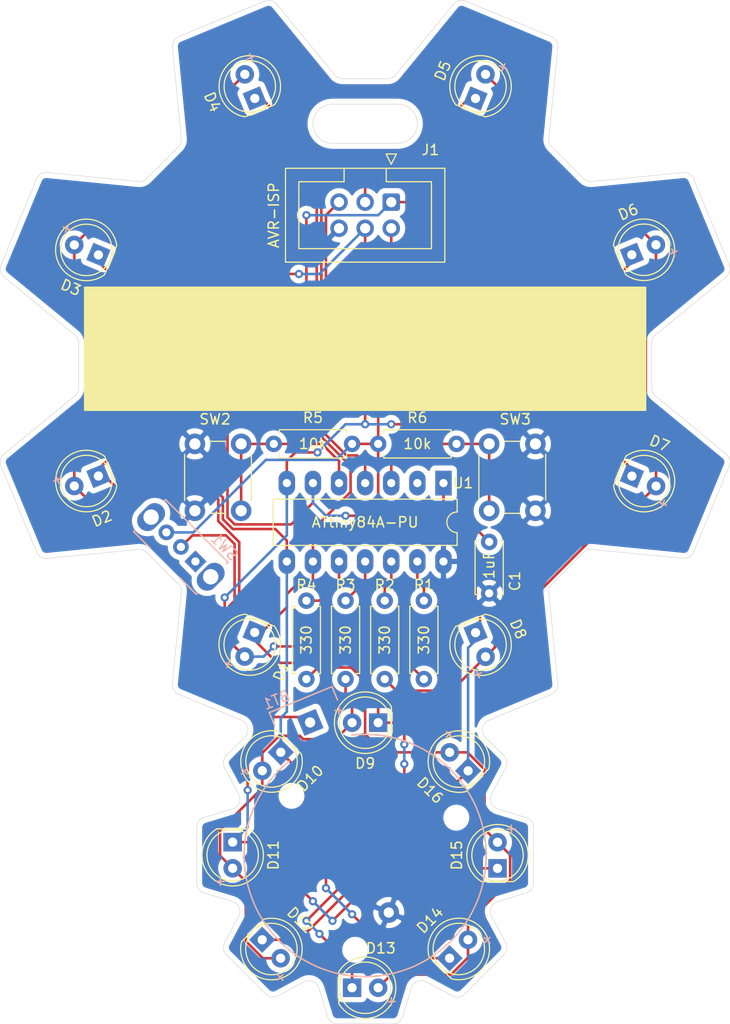
<source format=kicad_pcb>
(kicad_pcb (version 20171130) (host pcbnew "(5.1.10)-1")
  (layers (0 F.Cu signal hide) (31 B.Cu signal hide) (34 B.Paste user) (35 F.Paste user) (36 B.SilkS user) (37 F.SilkS user) (38 B.Mask user) (39 F.Mask user) (44 Edge.Cuts user))
  (net 0 "")
  (net 1 "Net-(BT1-Pad1)")
  (net 2 "Net-(D1-Pad2)")
  (net 3 /sink1)
  (net 4 /sink2)
  (net 5 /sink3)
  (net 6 /sink4)
  (net 7 "Net-(D10-Pad2)")
  (net 8 GND)
  (net 9 /source1)
  (net 10 /source2)
  (net 11 /source3)
  (net 12 "Net-(SW1-Pad1)")
  (net 13 VCC)
  (net 14 "Net-(J1-Pad5)")
  (net 15 "Net-(D5-Pad2)")
  (net 16 "Net-(D13-Pad2)")
  (net 17 /source4)
  (net 18 "Net-(U1-Pad2)")
  (net 19 "Net-(R5-Pad2)")
  (net 20 "Net-(R6-Pad2)")
  (module LED_THT:LED_D5.0mm (layer F.Cu) (at 66.183202 132.016332 315)
    (fp_text reference D12 (at 1.27 -3.96 135) (layer F.SilkS))
    (fp_text value LED)
    (fp_text user + (at 3.81 1.27 315) (layer B.SilkS))
    (pad 1 thru_hole rect (at 0 0 315) (size 1.8 1.8) (drill 0.9) (layers *.Cu *.Mask) (net 6 /sink4))
    (pad 2 thru_hole circle (at 2.54 0 315) (size 1.8 1.8) (drill 0.9) (layers *.Cu *.Mask) (net 7 "Net-(D10-Pad2)"))
  )
  (module LED_THT:LED_D5.0mm (layer F.Cu) (at 89.078839 125.074814 90)
    (fp_text reference D15 (at 1.27 -3.96 90) (layer F.SilkS))
    (fp_text value LED)
    (fp_text user + (at 3.81 1.27 90) (layer B.SilkS))
    (pad 1 thru_hole rect (at 0 0 90) (size 1.8 1.8) (drill 0.9) (layers *.Cu *.Mask) (net 5 /sink3))
    (pad 2 thru_hole circle (at 2.54 0 90) (size 1.8 1.8) (drill 0.9) (layers *.Cu *.Mask) (net 16 "Net-(D13-Pad2)"))
  )
  (module LED_THT:LED_D5.0mm (layer F.Cu) (at 86.21696 115.596882 135)
    (fp_text reference D16 (at 1.27 -3.96 135) (layer F.SilkS))
    (fp_text value LED)
    (fp_text user + (at 3.81 1.27 135) (layer B.SilkS))
    (pad 1 thru_hole rect (at 0 0 135) (size 1.8 1.8) (drill 0.9) (layers *.Cu *.Mask) (net 6 /sink4))
    (pad 2 thru_hole circle (at 2.54 0 135) (size 1.8 1.8) (drill 0.9) (layers *.Cu *.Mask) (net 16 "Net-(D13-Pad2)"))
  )
  (module LED_THT:LED_D5.0mm (layer F.Cu) (at 50.249875 65.455011 157.5)
    (fp_text reference D3 (at 1.27 -3.96 157.5) (layer F.SilkS))
    (fp_text value LED)
    (fp_text user + (at 3.81 1.27 157.5) (layer B.SilkS))
    (pad 2 thru_hole circle (at 2.54 0 157.5) (size 1.8 1.8) (drill 0.9) (layers *.Cu *.Mask) (net 2 "Net-(D1-Pad2)"))
    (pad 1 thru_hole rect (at 0 0 157.5) (size 1.8 1.8) (drill 0.9) (layers *.Cu *.Mask) (net 5 /sink3))
  )
  (module LED_THT:LED_D5.0mm (layer F.Cu) (at 50.25113 86.943733 202.5)
    (fp_text reference D2 (at 1.27 -3.96 202.5) (layer F.SilkS))
    (fp_text value LED)
    (fp_text user + (at 3.81 1.27 22.5) (layer B.SilkS))
    (pad 2 thru_hole circle (at 2.54 0 202.5) (size 1.8 1.8) (drill 0.9) (layers *.Cu *.Mask) (net 2 "Net-(D1-Pad2)"))
    (pad 1 thru_hole rect (at 0 0 202.5) (size 1.8 1.8) (drill 0.9) (layers *.Cu *.Mask) (net 4 /sink2))
  )
  (module LED_THT:LED_D5.0mm (layer F.Cu) (at 65.452299 102.147157 247.5)
    (fp_text reference D1 (at 2.481288 -3.863327 247.5) (layer F.SilkS))
    (fp_text value LED)
    (fp_text user + (at 3.81 1.27 67.5) (layer B.SilkS))
    (pad 2 thru_hole circle (at 2.54 0 247.5) (size 1.8 1.8) (drill 0.9) (layers *.Cu *.Mask) (net 2 "Net-(D1-Pad2)"))
    (pad 1 thru_hole rect (at 0 0 247.5) (size 1.8 1.8) (drill 0.9) (layers *.Cu *.Mask) (net 3 /sink1))
  )
  (module LED_THT:LED_D5.0mm (layer F.Cu) (at 77.4681 110.917765 180)
    (fp_text reference D9 (at 1.27 -3.96) (layer F.SilkS))
    (fp_text value LED)
    (fp_text user + (at 3.81 1.27 180) (layer B.SilkS))
    (pad 1 thru_hole rect (at 0 0 180) (size 1.8 1.8) (drill 0.9) (layers *.Cu *.Mask) (net 3 /sink1))
    (pad 2 thru_hole circle (at 2.54 0 180) (size 1.8 1.8) (drill 0.9) (layers *.Cu *.Mask) (net 7 "Net-(D10-Pad2)"))
  )
  (module LED_THT:LED_D5.0mm (layer F.Cu) (at 86.94257 102.166135 292.5)
    (fp_text reference D8 (at 1.27 -3.96 292.5) (layer F.SilkS))
    (fp_text value LED)
    (fp_text user + (at 3.81 1.27 112.5) (layer B.SilkS))
    (pad 2 thru_hole circle (at 2.54 0 292.5) (size 1.8 1.8) (drill 0.9) (layers *.Cu *.Mask) (net 15 "Net-(D5-Pad2)"))
    (pad 1 thru_hole rect (at 0 0 292.5) (size 1.8 1.8) (drill 0.9) (layers *.Cu *.Mask) (net 6 /sink4))
  )
  (module LED_THT:LED_D5.0mm (layer F.Cu) (at 102.15431 86.951258 337.5)
    (fp_text reference D7 (at 1.27 -3.96 337.5) (layer F.SilkS))
    (fp_text value LED)
    (fp_text user + (at 3.81 1.27 157.5) (layer B.SilkS))
    (pad 1 thru_hole rect (at 0 0 337.5) (size 1.8 1.8) (drill 0.9) (layers *.Cu *.Mask) (net 5 /sink3))
    (pad 2 thru_hole circle (at 2.54 0 337.5) (size 1.8 1.8) (drill 0.9) (layers *.Cu *.Mask) (net 15 "Net-(D5-Pad2)"))
  )
  (module LED_THT:LED_D5.0mm (layer F.Cu) (at 102.143312 65.441119 22.5)
    (fp_text reference D6 (at 1.27 -3.96 22.5) (layer F.SilkS))
    (fp_text value LED)
    (fp_text user + (at 3.81 1.27 22.5) (layer B.SilkS))
    (pad 1 thru_hole rect (at 0 0 22.5) (size 1.8 1.8) (drill 0.9) (layers *.Cu *.Mask) (net 4 /sink2))
    (pad 2 thru_hole circle (at 2.54 0 22.5) (size 1.8 1.8) (drill 0.9) (layers *.Cu *.Mask) (net 15 "Net-(D5-Pad2)"))
  )
  (module LED_THT:LED_D5.0mm (layer F.Cu) (at 86.93824 50.251657 67.5)
    (fp_text reference D5 (at 1.27 -3.96 67.5) (layer F.SilkS))
    (fp_text value LED)
    (fp_text user + (at 3.81 1.27 67.5) (layer B.SilkS))
    (pad 2 thru_hole circle (at 2.54 0 67.5) (size 1.8 1.8) (drill 0.9) (layers *.Cu *.Mask) (net 15 "Net-(D5-Pad2)"))
    (pad 1 thru_hole rect (at 0 0 67.5) (size 1.8 1.8) (drill 0.9) (layers *.Cu *.Mask) (net 3 /sink1))
  )
  (module LED_THT:LED_D5.0mm (layer F.Cu) (at 65.46473 50.250436 112.5)
    (fp_text reference D4 (at 1.27 -3.96 112.5) (layer F.SilkS))
    (fp_text value LED)
    (fp_text user + (at 3.81 1.27 112.5) (layer B.SilkS))
    (pad 2 thru_hole circle (at 2.54 0 112.5) (size 1.8 1.8) (drill 0.9) (layers *.Cu *.Mask) (net 2 "Net-(D1-Pad2)"))
    (pad 1 thru_hole rect (at 0 0 112.5) (size 1.8 1.8) (drill 0.9) (layers *.Cu *.Mask) (net 6 /sink4))
  )
  (module LED_THT:LED_D5.0mm (layer F.Cu) (at 63.311052 122.528504 270)
    (fp_text reference D11 (at 1.27 -3.96 90) (layer F.SilkS))
    (fp_text value LED)
    (fp_text user + (at 3.81 1.27 270) (layer B.SilkS))
    (pad 2 thru_hole circle (at 2.54 0 270) (size 1.8 1.8) (drill 0.9) (layers *.Cu *.Mask) (net 7 "Net-(D10-Pad2)"))
    (pad 1 thru_hole rect (at 0 0 270) (size 1.8 1.8) (drill 0.9) (layers *.Cu *.Mask) (net 5 /sink3))
  )
  (module LED_THT:LED_D5.0mm (layer F.Cu) (at 84.414865 133.808244 45)
    (fp_text reference D14 (at 1.27 -3.96 45) (layer F.SilkS))
    (fp_text value LED)
    (fp_text user + (at 3.81 1.27 45) (layer B.SilkS))
    (pad 2 thru_hole circle (at 2.54 0 45) (size 1.8 1.8) (drill 0.9) (layers *.Cu *.Mask) (net 16 "Net-(D13-Pad2)"))
    (pad 1 thru_hole rect (at 0 0 45) (size 1.8 1.8) (drill 0.9) (layers *.Cu *.Mask) (net 4 /sink2))
  )
  (module LED_THT:LED_D5.0mm (layer F.Cu) (at 74.928347 136.678639)
    (fp_text reference D13 (at 2.795653 -3.836639) (layer F.SilkS))
    (fp_text value LED)
    (fp_text user + (at 3.81 1.27) (layer B.SilkS))
    (pad 1 thru_hole rect (at 0 0) (size 1.8 1.8) (drill 0.9) (layers *.Cu *.Mask) (net 3 /sink1))
    (pad 2 thru_hole circle (at 2.54 0) (size 1.8 1.8) (drill 0.9) (layers *.Cu *.Mask) (net 16 "Net-(D13-Pad2)"))
  )
  (module LED_THT:LED_D5.0mm (layer F.Cu) (at 67.990168 113.790525 225)
    (fp_text reference D10 (at -0.236426 -3.830615 225) (layer F.SilkS))
    (fp_text value LED)
    (fp_text user + (at 3.81 1.27 45) (layer B.SilkS))
    (pad 2 thru_hole circle (at 2.54 0 225) (size 1.8 1.8) (drill 0.9) (layers *.Cu *.Mask) (net 7 "Net-(D10-Pad2)"))
    (pad 1 thru_hole rect (at 0 0 225) (size 1.8 1.8) (drill 0.9) (layers *.Cu *.Mask) (net 4 /sink2))
  )
  (module CogLightBadgeTHT:MP000362_CR2032_Holder_THT (layer B.Cu) (at 76.2 123.825 22.5)
    (fp_text reference BT1 (at -2.195129 -17.267445 202.5) (layer B.SilkS) (effects (justify mirror)))
    (fp_text value Battery_Cell)
    (pad 2 thru_hole circle (at 0 6 202.5) (size 2 2) (drill 1) (layers *.Cu *.Mask) (net 8 GND))
    (pad 1 thru_hole rect (at 0 -14 202.5) (size 2 2) (drill 1) (layers *.Cu *.Mask) (net 1 "Net-(BT1-Pad1)"))
    (pad "" np_thru_hole circle (at 9.6 0 202.5) (size 1.5 1.5) (drill 1.5) (layers *.Cu *.Mask))
    (pad "" np_thru_hole circle (at -4.4 8.1 202.5) (size 1.5 1.5) (drill 1.5) (layers *.Cu *.Mask))
    (pad "" np_thru_hole circle (at -4.4 -8.1 202.5) (size 1.5 1.5) (drill 1.5) (layers *.Cu *.Mask))
  )
  (module Package_DIP:DIP-14_W7.62mm_LongPads (layer F.Cu) (at 83.82 87.63 270)
    (fp_text reference U1 (at 0 -1.905) (layer F.SilkS))
    (fp_text value ATtiny84A-PU (at 3.81 7.62 180) (layer F.SilkS))
    (pad 1 thru_hole rect (at 0 0 270) (size 2.4 1.6) (drill 0.8) (layers *.Cu *.Mask) (net 13 VCC))
    (pad 8 thru_hole oval (at 7.62 15.24 270) (size 2.4 1.6) (drill 0.8) (layers *.Cu *.Mask) (net 4 /sink2))
    (pad 2 thru_hole oval (at 0 2.54 270) (size 2.4 1.6) (drill 0.8) (layers *.Cu *.Mask) (net 18 "Net-(U1-Pad2)"))
    (pad 9 thru_hole oval (at 7.62 12.7 270) (size 2.4 1.6) (drill 0.8) (layers *.Cu *.Mask) (net 3 /sink1))
    (pad 3 thru_hole oval (at 0 5.08 270) (size 2.4 1.6) (drill 0.8) (layers *.Cu *.Mask) (net 20 "Net-(R6-Pad2)"))
    (pad 10 thru_hole oval (at 7.62 10.16 270) (size 2.4 1.6) (drill 0.8) (layers *.Cu *.Mask) (net 17 /source4))
    (pad 4 thru_hole oval (at 0 7.62 270) (size 2.4 1.6) (drill 0.8) (layers *.Cu *.Mask) (net 14 "Net-(J1-Pad5)"))
    (pad 11 thru_hole oval (at 7.62 7.62 270) (size 2.4 1.6) (drill 0.8) (layers *.Cu *.Mask) (net 11 /source3))
    (pad 5 thru_hole oval (at 0 10.16 270) (size 2.4 1.6) (drill 0.8) (layers *.Cu *.Mask) (net 19 "Net-(R5-Pad2)"))
    (pad 12 thru_hole oval (at 7.62 5.08 270) (size 2.4 1.6) (drill 0.8) (layers *.Cu *.Mask) (net 10 /source2))
    (pad 6 thru_hole oval (at 0 12.7 270) (size 2.4 1.6) (drill 0.8) (layers *.Cu *.Mask) (net 6 /sink4))
    (pad 13 thru_hole oval (at 7.62 2.54 270) (size 2.4 1.6) (drill 0.8) (layers *.Cu *.Mask) (net 9 /source1))
    (pad 7 thru_hole oval (at 0 15.24 270) (size 2.4 1.6) (drill 0.8) (layers *.Cu *.Mask) (net 5 /sink3))
    (pad 14 thru_hole oval (at 7.62 0 270) (size 2.4 1.6) (drill 0.8) (layers *.Cu *.Mask) (net 8 GND))
  )
  (module Resistor_THT:R_Axial_DIN0207_L6.3mm_D2.5mm_P7.62mm_Horizontal (layer F.Cu) (at 74.295 106.68 90)
    (fp_text reference R3 (at 9.144 0 180) (layer F.SilkS))
    (fp_text value 330 (at 3.81 0 90) (layer F.SilkS))
    (pad 1 thru_hole circle (at 0 0 90) (size 1.6 1.6) (drill 0.8) (layers *.Cu *.Mask) (net 7 "Net-(D10-Pad2)"))
    (pad 2 thru_hole oval (at 7.62 0 90) (size 1.6 1.6) (drill 0.8) (layers *.Cu *.Mask) (net 11 /source3))
  )
  (module Resistor_THT:R_Axial_DIN0207_L6.3mm_D2.5mm_P7.62mm_Horizontal (layer F.Cu) (at 70.485 106.68 90)
    (fp_text reference R4 (at 9.144 0 180) (layer F.SilkS))
    (fp_text value 330 (at 3.81 0 90) (layer F.SilkS))
    (pad 2 thru_hole oval (at 7.62 0 90) (size 1.6 1.6) (drill 0.8) (layers *.Cu *.Mask) (net 17 /source4))
    (pad 1 thru_hole circle (at 0 0 90) (size 1.6 1.6) (drill 0.8) (layers *.Cu *.Mask) (net 16 "Net-(D13-Pad2)"))
  )
  (module Resistor_THT:R_Axial_DIN0207_L6.3mm_D2.5mm_P7.62mm_Horizontal (layer F.Cu) (at 81.915 106.68 90)
    (fp_text reference R1 (at 9.144 0 180) (layer F.SilkS))
    (fp_text value 330 (at 3.81 0 90) (layer F.SilkS))
    (pad 1 thru_hole circle (at 0 0 90) (size 1.6 1.6) (drill 0.8) (layers *.Cu *.Mask) (net 2 "Net-(D1-Pad2)"))
    (pad 2 thru_hole oval (at 7.62 0 90) (size 1.6 1.6) (drill 0.8) (layers *.Cu *.Mask) (net 9 /source1))
  )
  (module Resistor_THT:R_Axial_DIN0207_L6.3mm_D2.5mm_P7.62mm_Horizontal (layer F.Cu) (at 78.105 106.68 90)
    (fp_text reference R2 (at 9.144 0 180) (layer F.SilkS))
    (fp_text value 330 (at 3.81 0 90) (layer F.SilkS))
    (pad 2 thru_hole oval (at 7.62 0 90) (size 1.6 1.6) (drill 0.8) (layers *.Cu *.Mask) (net 10 /source2))
    (pad 1 thru_hole circle (at 0 0 90) (size 1.6 1.6) (drill 0.8) (layers *.Cu *.Mask) (net 15 "Net-(D5-Pad2)"))
  )
  (module Capacitor_THT:C_Disc_D5.0mm_W2.5mm_P5.00mm (layer F.Cu) (at 88.265 93.345 270)
    (fp_text reference C1 (at 3.81 -2.5 90) (layer F.SilkS))
    (fp_text value .1uF (at 2.5 0 90) (layer F.SilkS))
    (pad 2 thru_hole circle (at 5 0 270) (size 1.6 1.6) (drill 0.8) (layers *.Cu *.Mask) (net 8 GND))
    (pad 1 thru_hole circle (at 0 0 270) (size 1.6 1.6) (drill 0.8) (layers *.Cu *.Mask) (net 13 VCC))
  )
  (module Resistor_THT:R_Axial_DIN0207_L6.3mm_D2.5mm_P7.62mm_Horizontal (layer F.Cu) (at 74.93 83.82 180)
    (fp_text reference R5 (at 3.81 2.54) (layer F.SilkS))
    (fp_text value 10k (at 3.81 0) (layer F.SilkS))
    (pad 2 thru_hole oval (at 7.62 0 180) (size 1.6 1.6) (drill 0.8) (layers *.Cu *.Mask) (net 19 "Net-(R5-Pad2)"))
    (pad 1 thru_hole circle (at 0 0 180) (size 1.6 1.6) (drill 0.8) (layers *.Cu *.Mask) (net 13 VCC))
  )
  (module Button_Switch_THT:SW_PUSH_6mm_H5mm (layer F.Cu) (at 64.135 83.82 270)
    (fp_text reference SW2 (at -2.39 2.54 180) (layer F.SilkS))
    (fp_text value SW_Push)
    (pad 2 thru_hole circle (at 0 4.5) (size 2 2) (drill 1.1) (layers *.Cu *.Mask) (net 8 GND))
    (pad 1 thru_hole circle (at 0 0) (size 2 2) (drill 1.1) (layers *.Cu *.Mask) (net 19 "Net-(R5-Pad2)"))
    (pad 2 thru_hole circle (at 6.5 4.5) (size 2 2) (drill 1.1) (layers *.Cu *.Mask) (net 8 GND))
    (pad 1 thru_hole circle (at 6.5 0) (size 2 2) (drill 1.1) (layers *.Cu *.Mask) (net 19 "Net-(R5-Pad2)"))
  )
  (module CogLightBadgeTHT:OS102011MA1QN1_SPDT_SlideSwithch_THT (layer B.Cu) (at 58.275786 93.835786 135)
    (fp_text reference SW1 (at -3 3 315) (layer B.SilkS) (effects (justify mirror)))
    (fp_text value SW_SPDT)
    (pad 1 thru_hole rect (at -2 0 135) (size 1.524 1.524) (drill 0.8) (layers *.Cu *.Mask) (net 12 "Net-(SW1-Pad1)"))
    (pad 2 thru_hole circle (at 0 0 135) (size 1.524 1.524) (drill 0.8) (layers *.Cu *.Mask) (net 1 "Net-(BT1-Pad1)"))
    (pad 3 thru_hole circle (at 2 0 135) (size 1.524 1.524) (drill 0.8) (layers *.Cu *.Mask) (net 13 VCC))
    (pad "" thru_hole oval (at -4.1 0 135) (size 2 3) (drill 1.5) (layers *.Cu *.Mask))
    (pad "" thru_hole oval (at 4.1 0 135) (size 2 3) (drill 1.5) (layers *.Cu *.Mask))
  )
  (module Resistor_THT:R_Axial_DIN0207_L6.3mm_D2.5mm_P7.62mm_Horizontal (layer F.Cu) (at 77.47 83.82)
    (fp_text reference R6 (at 3.81 -2.54) (layer F.SilkS))
    (fp_text value 10k (at 3.81 0) (layer F.SilkS))
    (pad 1 thru_hole circle (at 0 0) (size 1.6 1.6) (drill 0.8) (layers *.Cu *.Mask) (net 13 VCC))
    (pad 2 thru_hole oval (at 7.62 0) (size 1.6 1.6) (drill 0.8) (layers *.Cu *.Mask) (net 20 "Net-(R6-Pad2)"))
  )
  (module Button_Switch_THT:SW_PUSH_6mm_H5mm (layer F.Cu) (at 88.265 90.32 90)
    (fp_text reference SW3 (at 8.89 2.54 180) (layer F.SilkS))
    (fp_text value SW_Push)
    (pad 1 thru_hole circle (at 6.5 0 180) (size 2 2) (drill 1.1) (layers *.Cu *.Mask) (net 20 "Net-(R6-Pad2)"))
    (pad 2 thru_hole circle (at 6.5 4.5 180) (size 2 2) (drill 1.1) (layers *.Cu *.Mask) (net 8 GND))
    (pad 1 thru_hole circle (at 0 0 180) (size 2 2) (drill 1.1) (layers *.Cu *.Mask) (net 20 "Net-(R6-Pad2)"))
    (pad 2 thru_hole circle (at 0 4.5 180) (size 2 2) (drill 1.1) (layers *.Cu *.Mask) (net 8 GND))
  )
  (module Connector_IDC:IDC-Header_2x03_P2.54mm_Vertical (layer F.Cu) (at 78.74 60.325 270)
    (fp_text reference J1 (at -5.08 -3.81 180) (layer F.SilkS))
    (fp_text value AVR-ISP (at 1.27 11.43 90) (layer F.SilkS))
    (pad 1 thru_hole roundrect (at 0 0 270) (size 1.7 1.7) (drill 1) (layers *.Cu *.Mask) (roundrect_rratio 0.1470588235294118) (net 4 /sink2))
    (pad 3 thru_hole circle (at 0 2.54 270) (size 1.7 1.7) (drill 1) (layers *.Cu *.Mask) (net 3 /sink1))
    (pad 5 thru_hole circle (at 0 5.08 270) (size 1.7 1.7) (drill 1) (layers *.Cu *.Mask) (net 14 "Net-(J1-Pad5)"))
    (pad 2 thru_hole circle (at 2.54 0 270) (size 1.7 1.7) (drill 1) (layers *.Cu *.Mask) (net 13 VCC))
    (pad 4 thru_hole circle (at 2.54 2.54 270) (size 1.7 1.7) (drill 1) (layers *.Cu *.Mask) (net 5 /sink3))
    (pad 6 thru_hole circle (at 2.54 5.08 270) (size 1.7 1.7) (drill 1) (layers *.Cu *.Mask) (net 8 GND))
  )
  (gr_line (start 73.025 54.61) (end 79.375 54.61) (layer Edge.Cuts) (width 0.05))
  (gr_line (start 73.025 50.8) (end 79.375 50.8) (layer Edge.Cuts) (width 0.05))
  (gr_arc (start 79.375 52.705) (end 79.375 54.61) (angle -180) (layer Edge.Cuts) (width 0.05))
  (gr_arc (start 73.025 52.705) (end 73.025 50.8) (angle -180) (layer Edge.Cuts) (width 0.05))
  (gr_poly (pts (xy 103.505 80.56964) (xy 48.895 80.56964) (xy 48.895 68.58) (xy 103.505 68.58)) (layer F.SilkS) (width 0.1))
  (gr_line (start 64.505859 112.31964) (end 62.701327 114.124172) (layer Edge.Cuts) (width 0.05))
  (gr_line (start 62.701327 133.475493) (end 66.521451 137.295617) (layer Edge.Cuts) (width 0.05))
  (gr_arc (start 67.228558 136.588511) (end 66.521451 137.295617) (angle -73.1) (layer Edge.Cuts) (width 0.05))
  (gr_line (start 67.699859 137.470483) (end 70.265893 136.099265) (layer Edge.Cuts) (width 0.05))
  (gr_line (start 45.265607 94.949324) (end 54.143829 94.075863) (layer Edge.Cuts) (width 0.05))
  (gr_arc (start 60.812425 126.501068) (end 59.812425 126.501068) (angle -73.1) (layer Edge.Cuts) (width 0.05))
  (gr_arc (start 54.241739 95.071058) (end 54.948846 94.363951) (angle -50.6) (layer Edge.Cuts) (width 0.05))
  (gr_line (start 58.321081 98.253115) (end 57.44762 107.131337) (layer Edge.Cuts) (width 0.05))
  (gr_arc (start 60.812425 121.098597) (end 60.522037 120.141688) (angle -73.1) (layer Edge.Cuts) (width 0.05))
  (gr_line (start 60.522037 127.457977) (end 63.306095 128.30284) (layer Edge.Cuts) (width 0.05))
  (gr_arc (start 63.015707 129.259749) (end 63.897679 129.731051) (angle -101.2) (layer Edge.Cuts) (width 0.05))
  (gr_line (start 58.060131 108.153126) (end 64.181435 110.688653) (layer Edge.Cuts) (width 0.05))
  (gr_arc (start 57.325886 98.155205) (end 58.321081 98.253115) (angle -50.6) (layer Edge.Cuts) (width 0.05))
  (gr_line (start 54.948846 94.363951) (end 58.032993 97.448098) (layer Edge.Cuts) (width 0.05))
  (gr_arc (start 63.798752 111.612533) (end 64.505859 112.31964) (angle -112.5) (layer Edge.Cuts) (width 0.05))
  (gr_arc (start 58.442815 107.229247) (end 57.44762 107.131337) (angle -73.1) (layer Edge.Cuts) (width 0.05))
  (gr_arc (start 63.408433 114.831279) (end 62.701327 114.124172) (angle -73.1) (layer Edge.Cuts) (width 0.05))
  (gr_line (start 59.812425 121.098597) (end 59.812425 126.501068) (layer Edge.Cuts) (width 0.05))
  (gr_line (start 63.897679 129.731051) (end 62.526461 132.297085) (layer Edge.Cuts) (width 0.05))
  (gr_line (start 60.522037 120.141688) (end 63.306095 119.296825) (layer Edge.Cuts) (width 0.05))
  (gr_arc (start 70.737195 136.981237) (end 71.694104 136.690849) (angle -101.2) (layer Edge.Cuts) (width 0.05))
  (gr_line (start 72.538967 139.474907) (end 71.694104 136.690849) (layer Edge.Cuts) (width 0.05))
  (gr_arc (start 73.495876 139.184519) (end 72.538967 139.474907) (angle -73.1) (layer Edge.Cuts) (width 0.05))
  (gr_line (start 78.898346 140.184519) (end 73.495876 140.184519) (layer Edge.Cuts) (width 0.05))
  (gr_line (start 63.897679 117.868614) (end 62.526461 115.30258) (layer Edge.Cuts) (width 0.05))
  (gr_arc (start 63.408433 132.768386) (end 62.526461 132.297085) (angle -73.1) (layer Edge.Cuts) (width 0.05))
  (gr_arc (start 63.015707 118.339916) (end 63.306095 119.296825) (angle -101.2) (layer Edge.Cuts) (width 0.05))
  (gr_arc (start 95.068336 98.155205) (end 94.361229 97.448098) (angle -50.6) (layer Edge.Cuts) (width 0.05))
  (gr_line (start 111.616283 66.430225) (end 108.150404 58.062853) (layer Edge.Cuts) (width 0.05))
  (gr_arc (start 107.226525 58.445537) (end 108.150404 58.062853) (angle -73.1) (layer Edge.Cuts) (width 0.05))
  (gr_line (start 79.855255 139.474907) (end 80.700118 136.690849) (layer Edge.Cuts) (width 0.05))
  (gr_line (start 89.867761 132.297085) (end 88.496543 129.731051) (layer Edge.Cuts) (width 0.05))
  (gr_arc (start 89.378515 129.259749) (end 89.088127 128.30284) (angle -101.2) (layer Edge.Cuts) (width 0.05))
  (gr_arc (start 88.59547 111.612533) (end 88.212787 110.688653) (angle -112.5) (layer Edge.Cuts) (width 0.05))
  (gr_arc (start 93.951407 107.229247) (end 94.334091 108.153126) (angle -73.1) (layer Edge.Cuts) (width 0.05))
  (gr_line (start 98.250393 94.075863) (end 107.128615 94.949324) (layer Edge.Cuts) (width 0.05))
  (gr_arc (start 110.692403 85.586758) (end 111.616283 85.969441) (angle -73.1) (layer Edge.Cuts) (width 0.05))
  (gr_line (start 107.128615 57.450342) (end 98.250393 58.323803) (layer Edge.Cuts) (width 0.05))
  (gr_arc (start 98.152483 57.328608) (end 97.445376 58.035715) (angle -50.6) (layer Edge.Cuts) (width 0.05))
  (gr_arc (start 105.065875 78.380654) (end 104.065875 78.380654) (angle -50.6) (layer Edge.Cuts) (width 0.05))
  (gr_arc (start 110.692403 66.812908) (end 111.32688 67.58585) (angle -73.1) (layer Edge.Cuts) (width 0.05))
  (gr_arc (start 105.065875 74.019012) (end 104.431398 73.24607) (angle -50.6) (layer Edge.Cuts) (width 0.05))
  (gr_arc (start 95.068336 54.244461) (end 94.073141 54.146551) (angle -50.6) (layer Edge.Cuts) (width 0.05))
  (gr_line (start 97.445376 58.035715) (end 94.361229 54.951568) (layer Edge.Cuts) (width 0.05))
  (gr_arc (start 81.657027 136.981237) (end 82.128329 136.099265) (angle -101.2) (layer Edge.Cuts) (width 0.05))
  (gr_arc (start 85.165664 136.588511) (end 84.694363 137.470483) (angle -73.1) (layer Edge.Cuts) (width 0.05))
  (gr_line (start 94.073141 54.146551) (end 94.946602 45.268329) (layer Edge.Cuts) (width 0.05))
  (gr_line (start 82.128329 136.099265) (end 84.694363 137.470483) (layer Edge.Cuts) (width 0.05))
  (gr_line (start 89.088127 128.30284) (end 91.872185 127.457977) (layer Edge.Cuts) (width 0.05))
  (gr_arc (start 91.581797 126.501068) (end 91.872185 127.457977) (angle -73.1) (layer Edge.Cuts) (width 0.05))
  (gr_line (start 92.581797 126.501068) (end 92.581797 121.098597) (layer Edge.Cuts) (width 0.05))
  (gr_line (start 88.212787 110.688653) (end 94.334091 108.153126) (layer Edge.Cuts) (width 0.05))
  (gr_line (start 94.946602 107.131337) (end 94.073141 98.253115) (layer Edge.Cuts) (width 0.05))
  (gr_arc (start 91.581797 121.098597) (end 92.581797 121.098597) (angle -73.1) (layer Edge.Cuts) (width 0.05))
  (gr_arc (start 98.152483 95.071058) (end 98.250393 94.075863) (angle -50.6) (layer Edge.Cuts) (width 0.05))
  (gr_arc (start 89.378515 118.339916) (end 88.496543 117.868614) (angle -101.2) (layer Edge.Cuts) (width 0.05))
  (gr_line (start 89.692895 114.124172) (end 87.888363 112.31964) (layer Edge.Cuts) (width 0.05))
  (gr_line (start 94.361229 97.448098) (end 97.445376 94.363951) (layer Edge.Cuts) (width 0.05))
  (gr_arc (start 78.898346 139.184519) (end 78.898346 140.184519) (angle -73.1) (layer Edge.Cuts) (width 0.05))
  (gr_line (start 85.872771 137.295617) (end 89.692895 133.475493) (layer Edge.Cuts) (width 0.05))
  (gr_arc (start 107.226525 93.954129) (end 107.128615 94.949324) (angle -73.1) (layer Edge.Cuts) (width 0.05))
  (gr_line (start 88.496543 117.868614) (end 89.867761 115.30258) (layer Edge.Cuts) (width 0.05))
  (gr_line (start 108.150404 94.336813) (end 111.616283 85.969441) (layer Edge.Cuts) (width 0.05))
  (gr_line (start 111.32688 84.813816) (end 104.431398 79.153596) (layer Edge.Cuts) (width 0.05))
  (gr_line (start 104.065875 78.380654) (end 104.065875 74.019012) (layer Edge.Cuts) (width 0.05))
  (gr_arc (start 88.985789 132.768386) (end 89.692895 133.475493) (angle -73.1) (layer Edge.Cuts) (width 0.05))
  (gr_arc (start 88.985789 114.831279) (end 89.867761 115.30258) (angle -73.1) (layer Edge.Cuts) (width 0.05))
  (gr_line (start 89.088127 119.296825) (end 91.872185 120.141688) (layer Edge.Cuts) (width 0.05))
  (gr_line (start 57.44762 45.268329) (end 58.321081 54.146551) (layer Edge.Cuts) (width 0.05))
  (gr_arc (start 74.01629 47.331069) (end 73.243348 47.965546) (angle -50.6) (layer Edge.Cuts) (width 0.05))
  (gr_line (start 73.243348 47.965546) (end 67.583128 41.070064) (layer Edge.Cuts) (width 0.05))
  (gr_arc (start 78.377932 47.331069) (end 78.377932 48.331069) (angle -50.6) (layer Edge.Cuts) (width 0.05))
  (gr_line (start 66.427503 40.780661) (end 58.060131 44.24654) (layer Edge.Cuts) (width 0.05))
  (gr_arc (start 85.584036 41.704541) (end 85.966719 40.780661) (angle -73.1) (layer Edge.Cuts) (width 0.05))
  (gr_arc (start 58.442815 45.170419) (end 58.060131 44.24654) (angle -73.1) (layer Edge.Cuts) (width 0.05))
  (gr_line (start 58.032993 54.951568) (end 54.948846 58.035715) (layer Edge.Cuts) (width 0.05))
  (gr_line (start 94.334091 44.24654) (end 85.966719 40.780661) (layer Edge.Cuts) (width 0.05))
  (gr_line (start 78.377932 48.331069) (end 74.01629 48.331069) (layer Edge.Cuts) (width 0.05))
  (gr_arc (start 93.951407 45.170419) (end 94.946602 45.268329) (angle -73.1) (layer Edge.Cuts) (width 0.05))
  (gr_arc (start 57.325886 54.244461) (end 58.032993 54.951568) (angle -50.6) (layer Edge.Cuts) (width 0.05))
  (gr_line (start 84.811094 41.070064) (end 79.150874 47.965546) (layer Edge.Cuts) (width 0.05))
  (gr_arc (start 66.810186 41.704541) (end 67.583128 41.070064) (angle -73.1) (layer Edge.Cuts) (width 0.05))
  (gr_arc (start 41.701819 85.586758) (end 41.067342 84.813816) (angle -73.1) (layer Edge.Cuts) (width 0.05))
  (gr_arc (start 47.328347 78.380654) (end 47.962824 79.153596) (angle -50.6) (layer Edge.Cuts) (width 0.05))
  (gr_line (start 48.328347 78.380654) (end 48.328347 74.019012) (layer Edge.Cuts) (width 0.05))
  (gr_arc (start 47.328347 74.019012) (end 48.328347 74.019012) (angle -50.6) (layer Edge.Cuts) (width 0.05))
  (gr_line (start 47.962824 73.24607) (end 41.067342 67.58585) (layer Edge.Cuts) (width 0.05))
  (gr_line (start 45.265607 57.450342) (end 54.143829 58.323803) (layer Edge.Cuts) (width 0.05))
  (gr_line (start 41.067342 84.813816) (end 47.962824 79.153596) (layer Edge.Cuts) (width 0.05))
  (gr_arc (start 54.241739 57.328608) (end 54.143829 58.323803) (angle -50.6) (layer Edge.Cuts) (width 0.05))
  (gr_arc (start 45.167697 93.954129) (end 44.243818 94.336813) (angle -73.1) (layer Edge.Cuts) (width 0.05))
  (gr_line (start 40.777939 66.430225) (end 44.243818 58.062853) (layer Edge.Cuts) (width 0.05))
  (gr_line (start 44.243818 94.336813) (end 40.777939 85.969441) (layer Edge.Cuts) (width 0.05))
  (gr_arc (start 41.701819 66.812908) (end 40.777939 66.430225) (angle -73.1) (layer Edge.Cuts) (width 0.05))
  (gr_arc (start 45.167697 58.445537) (end 45.265607 57.450342) (angle -73.1) (layer Edge.Cuts) (width 0.05))
  (gr_line (start 111.32688 67.58585) (end 104.431398 73.24607) (layer Edge.Cuts) (width 0.05))
  (segment (start 63.5 93.555232) (end 62.654768 92.71) (width 0.25) (layer F.Cu) (net 1))
  (segment (start 63.5 99.05859) (end 63.5 93.555232) (width 0.25) (layer F.Cu) (net 1))
  (segment (start 62.986491 99.572099) (end 63.5 99.05859) (width 0.25) (layer F.Cu) (net 1))
  (segment (start 62.986491 107.436491) (end 62.986491 99.572099) (width 0.25) (layer F.Cu) (net 1))
  (segment (start 65.913 110.363) (end 62.986491 107.436491) (width 0.25) (layer F.Cu) (net 1))
  (segment (start 69.977 110.363) (end 65.913 110.363) (width 0.25) (layer F.Cu) (net 1))
  (segment (start 59.401572 92.71) (end 58.275786 93.835786) (width 0.25) (layer F.Cu) (net 1))
  (segment (start 70.504687 110.890687) (end 69.977 110.363) (width 0.25) (layer F.Cu) (net 1))
  (segment (start 62.654768 92.71) (end 59.401572 92.71) (width 0.25) (layer F.Cu) (net 1))
  (segment (start 70.842432 110.890687) (end 70.504687 110.890687) (width 0.25) (layer F.Cu) (net 1))
  (segment (start 64.480283 104.493811) (end 66.321189 104.493811) (width 0.25) (layer B.Cu) (net 2))
  (segment (start 51.426216 60.96) (end 47.903221 64.482995) (width 0.25) (layer F.Cu) (net 2))
  (segment (start 53.34 60.96) (end 51.426216 60.96) (width 0.25) (layer F.Cu) (net 2))
  (segment (start 61.2775 51.118996) (end 61.2775 53.0225) (width 0.25) (layer F.Cu) (net 2))
  (segment (start 64.492714 47.903782) (end 61.2775 51.118996) (width 0.25) (layer F.Cu) (net 2))
  (segment (start 61.2775 53.0225) (end 53.34 60.96) (width 0.25) (layer F.Cu) (net 2))
  (segment (start 47.903221 64.482995) (end 47.903221 70.763221) (width 0.25) (layer F.Cu) (net 2))
  (segment (start 47.903221 70.763221) (end 49.53 72.39) (width 0.25) (layer F.Cu) (net 2))
  (segment (start 49.53 72.39) (end 49.53 80.645) (width 0.25) (layer F.Cu) (net 2))
  (segment (start 47.904476 82.270524) (end 47.904476 87.915749) (width 0.25) (layer F.Cu) (net 2))
  (segment (start 49.53 80.645) (end 47.904476 82.270524) (width 0.25) (layer F.Cu) (net 2))
  (via (at 67.31 103.505) (size 0.8) (drill 0.4) (layers F.Cu B.Cu) (net 2))
  (segment (start 66.321189 104.493811) (end 67.31 103.505) (width 0.25) (layer B.Cu) (net 2))
  (segment (start 78.74 103.505) (end 81.915 106.68) (width 0.25) (layer F.Cu) (net 2))
  (segment (start 67.31 103.505) (end 78.74 103.505) (width 0.25) (layer F.Cu) (net 2))
  (segment (start 64.480283 104.493811) (end 63.5 103.513528) (width 0.25) (layer F.Cu) (net 2))
  (segment (start 63.4365 103.450028) (end 64.480283 104.493811) (width 0.25) (layer F.Cu) (net 2))
  (segment (start 63.95001 99.24499) (end 63.4365 99.7585) (width 0.25) (layer F.Cu) (net 2))
  (segment (start 63.95001 93.368832) (end 63.95001 99.24499) (width 0.25) (layer F.Cu) (net 2))
  (segment (start 61.909979 89.216389) (end 61.909979 91.328801) (width 0.25) (layer F.Cu) (net 2))
  (segment (start 61.0276 88.33401) (end 61.909979 89.216389) (width 0.25) (layer F.Cu) (net 2))
  (segment (start 63.4365 99.7585) (end 63.4365 103.450028) (width 0.25) (layer F.Cu) (net 2))
  (segment (start 51.828162 88.33401) (end 61.0276 88.33401) (width 0.25) (layer F.Cu) (net 2))
  (segment (start 50.904086 89.258086) (end 51.828162 88.33401) (width 0.25) (layer F.Cu) (net 2))
  (segment (start 61.909979 91.328801) (end 63.95001 93.368832) (width 0.25) (layer F.Cu) (net 2))
  (segment (start 49.246813 89.258086) (end 50.904086 89.258086) (width 0.25) (layer F.Cu) (net 2))
  (segment (start 47.904476 87.915749) (end 49.246813 89.258086) (width 0.25) (layer F.Cu) (net 2))
  (segment (start 76.2 60.325) (end 76.2 58.42) (width 0.25) (layer F.Cu) (net 3))
  (segment (start 86.273343 50.251657) (end 86.93824 50.251657) (width 0.25) (layer F.Cu) (net 3))
  (segment (start 78.105 58.42) (end 86.273343 50.251657) (width 0.25) (layer F.Cu) (net 3))
  (segment (start 76.2 58.42) (end 78.105 58.42) (width 0.25) (layer F.Cu) (net 3))
  (segment (start 71.12 92.075) (end 71.12 95.25) (width 0.25) (layer F.Cu) (net 3))
  (segment (start 71.206004 92.075) (end 71.12 92.075) (width 0.25) (layer F.Cu) (net 3))
  (segment (start 74.78501 85.976422) (end 74.78501 88.495994) (width 0.25) (layer F.Cu) (net 3))
  (segment (start 71.93999 83.131402) (end 74.78501 85.976422) (width 0.25) (layer F.Cu) (net 3))
  (segment (start 71.93999 59.50501) (end 71.93999 83.131402) (width 0.25) (layer F.Cu) (net 3))
  (segment (start 73.025 58.42) (end 71.93999 59.50501) (width 0.25) (layer F.Cu) (net 3))
  (segment (start 74.78501 88.495994) (end 71.206004 92.075) (width 0.25) (layer F.Cu) (net 3))
  (segment (start 76.2 58.42) (end 73.025 58.42) (width 0.25) (layer F.Cu) (net 3))
  (segment (start 77.4681 109.2181) (end 77.4681 110.917765) (width 0.25) (layer F.Cu) (net 3))
  (segment (start 76.65001 106.733598) (end 76.65001 108.40001) (width 0.25) (layer F.Cu) (net 3))
  (segment (start 75.021402 105.10499) (end 76.65001 106.733598) (width 0.25) (layer F.Cu) (net 3))
  (segment (start 76.65001 108.40001) (end 77.4681 109.2181) (width 0.25) (layer F.Cu) (net 3))
  (segment (start 67.63999 105.10499) (end 75.021402 105.10499) (width 0.25) (layer F.Cu) (net 3))
  (segment (start 65.452299 102.917299) (end 67.63999 105.10499) (width 0.25) (layer F.Cu) (net 3))
  (segment (start 65.452299 102.147157) (end 65.452299 102.917299) (width 0.25) (layer F.Cu) (net 3))
  (via (at 71.755 131.445) (size 0.8) (drill 0.4) (layers F.Cu B.Cu) (net 3))
  (segment (start 74.928347 134.618347) (end 71.755 131.445) (width 0.25) (layer F.Cu) (net 3))
  (segment (start 74.928347 136.678639) (end 74.928347 134.618347) (width 0.25) (layer F.Cu) (net 3))
  (via (at 70.485 130.175) (size 0.8) (drill 0.4) (layers F.Cu B.Cu) (net 3))
  (segment (start 71.755 131.445) (end 70.485 130.175) (width 0.25) (layer B.Cu) (net 3))
  (via (at 80.01 114.935) (size 0.8) (drill 0.4) (layers F.Cu B.Cu) (net 3))
  (segment (start 80.01 120.65) (end 80.01 114.935) (width 0.25) (layer F.Cu) (net 3))
  (segment (start 70.485 130.175) (end 80.01 120.65) (width 0.25) (layer F.Cu) (net 3))
  (via (at 80.01 113.03) (size 0.8) (drill 0.4) (layers F.Cu B.Cu) (net 3))
  (segment (start 80.01 114.935) (end 80.01 113.03) (width 0.25) (layer B.Cu) (net 3))
  (segment (start 79.167765 110.917765) (end 77.4681 110.917765) (width 0.25) (layer F.Cu) (net 3))
  (segment (start 80.01 111.76) (end 79.167765 110.917765) (width 0.25) (layer F.Cu) (net 3))
  (segment (start 80.01 113.03) (end 80.01 111.76) (width 0.25) (layer F.Cu) (net 3))
  (segment (start 65.452299 102.147157) (end 66.127843 102.147157) (width 0.25) (layer F.Cu) (net 3))
  (segment (start 68.58 99.695) (end 68.58 98.425) (width 0.25) (layer F.Cu) (net 3))
  (segment (start 66.127843 102.147157) (end 68.58 99.695) (width 0.25) (layer F.Cu) (net 3))
  (segment (start 71.12 95.25) (end 71.12 97.028) (width 0.25) (layer F.Cu) (net 3))
  (segment (start 70.6755 97.4725) (end 69.5325 97.4725) (width 0.25) (layer F.Cu) (net 3))
  (segment (start 71.12 97.028) (end 70.6755 97.4725) (width 0.25) (layer F.Cu) (net 3))
  (segment (start 69.5325 97.4725) (end 68.58 98.425) (width 0.25) (layer F.Cu) (net 3))
  (segment (start 78.74 60.325) (end 77.47 61.595) (width 0.25) (layer B.Cu) (net 4))
  (segment (start 102.143312 65.441119) (end 102.143312 66.131688) (width 0.25) (layer F.Cu) (net 4))
  (segment (start 102.143312 66.131688) (end 100.965 67.31) (width 0.25) (layer F.Cu) (net 4))
  (segment (start 99.06 67.31) (end 92.075 60.325) (width 0.25) (layer F.Cu) (net 4))
  (segment (start 100.965 67.31) (end 99.06 67.31) (width 0.25) (layer F.Cu) (net 4))
  (segment (start 78.74 60.325) (end 92.075 60.325) (width 0.25) (layer F.Cu) (net 4))
  (via (at 70.485 61.595) (size 0.8) (drill 0.4) (layers F.Cu B.Cu) (net 4))
  (segment (start 77.47 61.595) (end 70.485 61.595) (width 0.25) (layer B.Cu) (net 4))
  (segment (start 50.25113 86.27387) (end 50.25113 86.943733) (width 0.25) (layer F.Cu) (net 4))
  (segment (start 55.245 81.28) (end 50.25113 86.27387) (width 0.25) (layer F.Cu) (net 4))
  (segment (start 61.59359 81.28) (end 55.245 81.28) (width 0.25) (layer F.Cu) (net 4))
  (segment (start 70.485 72.38859) (end 61.59359 81.28) (width 0.25) (layer F.Cu) (net 4))
  (segment (start 70.485 61.595) (end 70.485 72.38859) (width 0.25) (layer F.Cu) (net 4))
  (via (at 74.93 129.54) (size 0.8) (drill 0.4) (layers F.Cu B.Cu) (net 4))
  (segment (start 79.198244 133.808244) (end 74.93 129.54) (width 0.25) (layer F.Cu) (net 4))
  (segment (start 84.414865 133.808244) (end 79.198244 133.808244) (width 0.25) (layer F.Cu) (net 4))
  (via (at 72.39 127) (size 0.8) (drill 0.4) (layers F.Cu B.Cu) (net 4))
  (segment (start 74.93 129.54) (end 72.39 127) (width 0.25) (layer B.Cu) (net 4))
  (segment (start 72.39 118.190357) (end 67.990168 113.790525) (width 0.25) (layer F.Cu) (net 4))
  (segment (start 72.39 127) (end 72.39 118.190357) (width 0.25) (layer F.Cu) (net 4))
  (segment (start 67.990168 110.444832) (end 68.58 109.855) (width 0.25) (layer B.Cu) (net 4))
  (segment (start 67.990168 113.790525) (end 67.990168 110.444832) (width 0.25) (layer B.Cu) (net 4))
  (segment (start 68.58 95.25) (end 68.58 109.855) (width 0.25) (layer B.Cu) (net 4))
  (segment (start 50.875733 86.943733) (end 50.25113 86.943733) (width 0.25) (layer F.Cu) (net 4))
  (segment (start 51.816 87.884) (end 50.875733 86.943733) (width 0.25) (layer F.Cu) (net 4))
  (segment (start 62.359989 89.029989) (end 61.214 87.884) (width 0.25) (layer F.Cu) (net 4))
  (segment (start 62.359989 91.142401) (end 62.359989 89.029989) (width 0.25) (layer F.Cu) (net 4))
  (segment (start 61.214 87.884) (end 51.816 87.884) (width 0.25) (layer F.Cu) (net 4))
  (segment (start 63.312599 92.095011) (end 62.359989 91.142401) (width 0.25) (layer F.Cu) (net 4))
  (segment (start 67.457011 92.095011) (end 63.312599 92.095011) (width 0.25) (layer F.Cu) (net 4))
  (segment (start 68.58 93.218) (end 67.457011 92.095011) (width 0.25) (layer F.Cu) (net 4))
  (segment (start 68.58 95.25) (end 68.58 93.218) (width 0.25) (layer F.Cu) (net 4))
  (via (at 76.2 81.915) (size 0.8) (drill 0.4) (layers F.Cu B.Cu) (net 5))
  (segment (start 76.2 62.865) (end 76.2 81.915) (width 0.25) (layer F.Cu) (net 5))
  (segment (start 71.755 67.31) (end 76.2 62.865) (width 0.25) (layer B.Cu) (net 5))
  (via (at 69.76 67.31) (size 0.8) (drill 0.4) (layers F.Cu B.Cu) (net 5))
  (segment (start 71.755 67.31) (end 69.76 67.31) (width 0.25) (layer B.Cu) (net 5))
  (segment (start 67.945 67.31) (end 69.76 67.31) (width 0.25) (layer F.Cu) (net 5))
  (segment (start 51.435 67.31) (end 67.945 67.31) (width 0.25) (layer F.Cu) (net 5))
  (segment (start 50.249875 66.124875) (end 51.435 67.31) (width 0.25) (layer F.Cu) (net 5))
  (segment (start 50.249875 65.455011) (end 50.249875 66.124875) (width 0.25) (layer F.Cu) (net 5))
  (via (at 78.74 81.915) (size 0.8) (drill 0.4) (layers F.Cu B.Cu) (net 5))
  (segment (start 76.2 81.915) (end 78.74 81.915) (width 0.25) (layer B.Cu) (net 5))
  (segment (start 78.74 81.915) (end 97.79 81.915) (width 0.25) (layer F.Cu) (net 5))
  (segment (start 102.15431 86.27931) (end 102.15431 86.951258) (width 0.25) (layer F.Cu) (net 5))
  (segment (start 97.79 81.915) (end 102.15431 86.27931) (width 0.25) (layer F.Cu) (net 5))
  (via (at 71.559847 84.650153) (size 0.8) (drill 0.4) (layers F.Cu B.Cu) (net 5))
  (segment (start 74.295 81.915) (end 71.559847 84.650153) (width 0.25) (layer B.Cu) (net 5))
  (segment (start 76.2 81.915) (end 74.295 81.915) (width 0.25) (layer B.Cu) (net 5))
  (segment (start 71.559847 84.650153) (end 69.410153 84.650153) (width 0.25) (layer F.Cu) (net 5))
  (segment (start 68.58 85.480306) (end 68.58 87.63) (width 0.25) (layer F.Cu) (net 5))
  (segment (start 69.410153 84.650153) (end 68.58 85.480306) (width 0.25) (layer F.Cu) (net 5))
  (via (at 73.025 130.175) (size 0.8) (drill 0.4) (layers F.Cu B.Cu) (net 5))
  (segment (start 78.125186 125.074814) (end 73.025 130.175) (width 0.25) (layer F.Cu) (net 5))
  (segment (start 89.078839 125.074814) (end 78.125186 125.074814) (width 0.25) (layer F.Cu) (net 5))
  (via (at 71.12 128.27) (size 0.8) (drill 0.4) (layers F.Cu B.Cu) (net 5))
  (segment (start 73.025 130.175) (end 71.12 128.27) (width 0.25) (layer B.Cu) (net 5))
  (segment (start 65.378504 122.528504) (end 63.311052 122.528504) (width 0.25) (layer F.Cu) (net 5))
  (segment (start 71.12 128.27) (end 65.378504 122.528504) (width 0.25) (layer F.Cu) (net 5))
  (via (at 64.77 117.475) (size 0.8) (drill 0.4) (layers F.Cu B.Cu) (net 5))
  (segment (start 64.77 117.475) (end 64.77 121.069556) (width 0.25) (layer B.Cu) (net 5))
  (segment (start 64.77 121.069556) (end 63.311052 122.528504) (width 0.25) (layer B.Cu) (net 5))
  (via (at 62.536481 98.753519) (size 0.8) (drill 0.4) (layers F.Cu B.Cu) (net 5))
  (segment (start 64.77 114.641855) (end 64.77 117.475) (width 0.25) (layer F.Cu) (net 5))
  (segment (start 65.594795 110.681205) (end 65.594795 113.817059) (width 0.25) (layer F.Cu) (net 5))
  (segment (start 65.594795 113.817059) (end 64.77 114.641855) (width 0.25) (layer F.Cu) (net 5))
  (segment (start 62.536481 107.622891) (end 65.594795 110.681205) (width 0.25) (layer F.Cu) (net 5))
  (segment (start 62.536481 98.753519) (end 62.536481 107.622891) (width 0.25) (layer F.Cu) (net 5))
  (segment (start 68.58 87.63) (end 68.58 89.916) (width 0.25) (layer B.Cu) (net 5))
  (segment (start 68.58 92.71) (end 62.536481 98.753519) (width 0.25) (layer B.Cu) (net 5))
  (segment (start 68.58 87.63) (end 68.58 92.71) (width 0.25) (layer B.Cu) (net 5))
  (segment (start 71.12 89.535) (end 71.12 87.63) (width 0.25) (layer F.Cu) (net 6))
  (segment (start 69.009999 91.645001) (end 71.12 89.535) (width 0.25) (layer F.Cu) (net 6))
  (segment (start 63.498999 91.645001) (end 69.009999 91.645001) (width 0.25) (layer F.Cu) (net 6))
  (segment (start 62.809999 90.956001) (end 63.498999 91.645001) (width 0.25) (layer F.Cu) (net 6))
  (segment (start 71.48998 72.02002) (end 62.809999 80.700001) (width 0.25) (layer F.Cu) (net 6))
  (segment (start 71.48998 55.61498) (end 71.48998 72.02002) (width 0.25) (layer F.Cu) (net 6))
  (segment (start 66.125436 50.250436) (end 71.48998 55.61498) (width 0.25) (layer F.Cu) (net 6))
  (segment (start 62.809999 80.700001) (end 62.809999 90.956001) (width 0.25) (layer F.Cu) (net 6))
  (segment (start 65.46473 50.250436) (end 66.125436 50.250436) (width 0.25) (layer F.Cu) (net 6))
  (segment (start 69.79751 132.016332) (end 86.21696 115.596882) (width 0.25) (layer F.Cu) (net 6))
  (segment (start 66.183202 132.016332) (end 69.79751 132.016332) (width 0.25) (layer F.Cu) (net 6))
  (segment (start 86.21696 115.596882) (end 86.21696 103.64804) (width 0.25) (layer B.Cu) (net 6))
  (segment (start 86.94257 102.92243) (end 86.94257 102.166135) (width 0.25) (layer B.Cu) (net 6))
  (segment (start 86.21696 103.64804) (end 86.94257 102.92243) (width 0.25) (layer B.Cu) (net 6))
  (via (at 74.295 90.805) (size 0.8) (drill 0.4) (layers F.Cu B.Cu) (net 6))
  (segment (start 83.82 90.805) (end 74.295 90.805) (width 0.25) (layer F.Cu) (net 6))
  (segment (start 86.94257 93.92757) (end 83.82 90.805) (width 0.25) (layer F.Cu) (net 6))
  (segment (start 74.295 90.805) (end 72.39 90.805) (width 0.25) (layer B.Cu) (net 6))
  (segment (start 71.12 89.535) (end 71.12 87.63) (width 0.25) (layer B.Cu) (net 6))
  (segment (start 72.39 90.805) (end 71.12 89.535) (width 0.25) (layer B.Cu) (net 6))
  (segment (start 86.94257 102.166135) (end 86.94257 101.77943) (width 0.25) (layer F.Cu) (net 6))
  (segment (start 86.94257 101.77943) (end 87.376 101.346) (width 0.25) (layer F.Cu) (net 6))
  (segment (start 87.376 100.076) (end 86.94257 99.64257) (width 0.25) (layer F.Cu) (net 6))
  (segment (start 87.376 101.346) (end 87.376 100.076) (width 0.25) (layer F.Cu) (net 6))
  (segment (start 86.94257 99.64257) (end 86.94257 93.92757) (width 0.25) (layer F.Cu) (net 6))
  (segment (start 74.295 106.68) (end 74.295 108.585) (width 0.25) (layer F.Cu) (net 7))
  (segment (start 74.9281 109.2181) (end 74.9281 110.917765) (width 0.25) (layer F.Cu) (net 7))
  (segment (start 74.295 108.585) (end 74.9281 109.2181) (width 0.25) (layer F.Cu) (net 7))
  (segment (start 64.5854 132.150958) (end 64.5854 126.342852) (width 0.25) (layer F.Cu) (net 7))
  (segment (start 66.246825 133.812383) (end 64.5854 132.150958) (width 0.25) (layer F.Cu) (net 7))
  (segment (start 64.5854 126.342852) (end 63.311052 125.068504) (width 0.25) (layer F.Cu) (net 7))
  (segment (start 67.979253 133.812383) (end 66.246825 133.812383) (width 0.25) (layer F.Cu) (net 7))
  (segment (start 63.311052 125.068504) (end 62.086051 123.843503) (width 0.25) (layer F.Cu) (net 7))
  (segment (start 66.194117 117.260437) (end 66.194117 115.586576) (width 0.25) (layer F.Cu) (net 7))
  (segment (start 62.086051 121.368503) (end 66.194117 117.260437) (width 0.25) (layer F.Cu) (net 7))
  (segment (start 62.086051 123.843503) (end 62.086051 121.368503) (width 0.25) (layer F.Cu) (net 7))
  (segment (start 73.323605 112.52226) (end 74.9281 110.917765) (width 0.25) (layer F.Cu) (net 7))
  (segment (start 69.837074 112.192723) (end 70.166611 112.52226) (width 0.25) (layer F.Cu) (net 7))
  (segment (start 70.166611 112.52226) (end 73.323605 112.52226) (width 0.25) (layer F.Cu) (net 7))
  (segment (start 67.855542 112.192723) (end 69.837074 112.192723) (width 0.25) (layer F.Cu) (net 7))
  (segment (start 66.194117 113.854148) (end 67.855542 112.192723) (width 0.25) (layer F.Cu) (net 7))
  (segment (start 66.194117 115.586576) (end 66.194117 113.854148) (width 0.25) (layer F.Cu) (net 7))
  (segment (start 81.28 95.25) (end 81.28 97.155) (width 0.25) (layer F.Cu) (net 9))
  (segment (start 81.915 97.79) (end 81.915 99.06) (width 0.25) (layer F.Cu) (net 9))
  (segment (start 81.28 97.155) (end 81.915 97.79) (width 0.25) (layer F.Cu) (net 9))
  (segment (start 78.74 95.25) (end 78.74 97.155) (width 0.25) (layer F.Cu) (net 10))
  (segment (start 78.105 97.79) (end 78.105 99.06) (width 0.25) (layer F.Cu) (net 10))
  (segment (start 78.74 97.155) (end 78.105 97.79) (width 0.25) (layer F.Cu) (net 10))
  (segment (start 76.2 97.155) (end 74.295 99.06) (width 0.25) (layer F.Cu) (net 11))
  (segment (start 76.2 95.25) (end 76.2 97.155) (width 0.25) (layer F.Cu) (net 11))
  (segment (start 74.93 83.82) (end 77.47 83.82) (width 0.25) (layer F.Cu) (net 13))
  (segment (start 77.47 83.82) (end 77.47 66.04) (width 0.25) (layer F.Cu) (net 13))
  (segment (start 78.74 64.77) (end 78.74 62.865) (width 0.25) (layer F.Cu) (net 13))
  (segment (start 77.47 66.04) (end 78.74 64.77) (width 0.25) (layer F.Cu) (net 13))
  (segment (start 83.82 87.63) (end 83.82 89.535) (width 0.25) (layer F.Cu) (net 13))
  (segment (start 83.82 89.535) (end 78.105 89.535) (width 0.25) (layer F.Cu) (net 13))
  (segment (start 78.105 89.535) (end 77.47 88.9) (width 0.25) (layer F.Cu) (net 13))
  (segment (start 77.47 83.82) (end 77.47 88.9) (width 0.25) (layer F.Cu) (net 13))
  (segment (start 84.455 89.535) (end 88.265 93.345) (width 0.25) (layer F.Cu) (net 13))
  (segment (start 83.82 89.535) (end 84.455 89.535) (width 0.25) (layer F.Cu) (net 13))
  (segment (start 73.374846 85.375154) (end 74.93 83.82) (width 0.25) (layer B.Cu) (net 13))
  (segment (start 66.540848 85.375154) (end 73.374846 85.375154) (width 0.25) (layer B.Cu) (net 13))
  (segment (start 59.49443 92.421572) (end 66.540848 85.375154) (width 0.25) (layer B.Cu) (net 13))
  (segment (start 56.861572 92.421572) (end 59.49443 92.421572) (width 0.25) (layer B.Cu) (net 13))
  (segment (start 76.2 85.725) (end 76.2 87.63) (width 0.25) (layer F.Cu) (net 14))
  (segment (start 75.420001 84.945001) (end 76.2 85.725) (width 0.25) (layer F.Cu) (net 14))
  (segment (start 72.39 82.945002) (end 74.389999 84.945001) (width 0.25) (layer F.Cu) (net 14))
  (segment (start 72.39 61.595) (end 72.39 82.945002) (width 0.25) (layer F.Cu) (net 14))
  (segment (start 74.389999 84.945001) (end 75.420001 84.945001) (width 0.25) (layer F.Cu) (net 14))
  (segment (start 73.66 60.325) (end 72.39 61.595) (width 0.25) (layer F.Cu) (net 14))
  (segment (start 84.622374 107.805001) (end 87.914586 104.512789) (width 0.25) (layer F.Cu) (net 15))
  (segment (start 79.230001 107.805001) (end 84.622374 107.805001) (width 0.25) (layer F.Cu) (net 15))
  (segment (start 78.105 106.68) (end 79.230001 107.805001) (width 0.25) (layer F.Cu) (net 15))
  (segment (start 88.814585 102.492177) (end 100.501762 90.805) (width 0.25) (layer F.Cu) (net 15))
  (segment (start 88.814585 103.61279) (end 88.814585 102.492177) (width 0.25) (layer F.Cu) (net 15))
  (segment (start 87.914586 104.512789) (end 88.814585 103.61279) (width 0.25) (layer F.Cu) (net 15))
  (segment (start 101.619238 90.805) (end 104.500964 87.923274) (width 0.25) (layer F.Cu) (net 15))
  (segment (start 100.501762 90.805) (end 101.619238 90.805) (width 0.25) (layer F.Cu) (net 15))
  (segment (start 104.500964 87.923274) (end 104.500964 84.180964) (width 0.25) (layer F.Cu) (net 15))
  (segment (start 103.505 83.185) (end 103.505 69.215) (width 0.25) (layer F.Cu) (net 15))
  (segment (start 104.500964 84.180964) (end 103.505 83.185) (width 0.25) (layer F.Cu) (net 15))
  (segment (start 104.489966 68.230034) (end 104.489966 64.469103) (width 0.25) (layer F.Cu) (net 15))
  (segment (start 103.505 69.215) (end 104.489966 68.230034) (width 0.25) (layer F.Cu) (net 15))
  (segment (start 104.489966 64.469103) (end 99.710863 59.69) (width 0.25) (layer F.Cu) (net 15))
  (segment (start 99.710863 59.69) (end 97.79 59.69) (width 0.25) (layer F.Cu) (net 15))
  (segment (start 92.075126 53.975126) (end 92.075126 52.069874) (width 0.25) (layer F.Cu) (net 15))
  (segment (start 97.79 59.69) (end 92.075126 53.975126) (width 0.25) (layer F.Cu) (net 15))
  (segment (start 92.075126 52.069874) (end 87.910256 47.905003) (width 0.25) (layer F.Cu) (net 15))
  (segment (start 87.814762 121.270737) (end 89.078839 122.534814) (width 0.25) (layer F.Cu) (net 16))
  (segment (start 87.814762 115.462256) (end 87.814762 121.270737) (width 0.25) (layer F.Cu) (net 16))
  (segment (start 86.153337 113.800831) (end 87.814762 115.462256) (width 0.25) (layer F.Cu) (net 16))
  (segment (start 84.420909 113.800831) (end 86.153337 113.800831) (width 0.25) (layer F.Cu) (net 16))
  (segment (start 86.210916 130.327739) (end 86.210916 132.012193) (width 0.25) (layer F.Cu) (net 16))
  (segment (start 90.30384 126.234815) (end 86.210916 130.327739) (width 0.25) (layer F.Cu) (net 16))
  (segment (start 90.30384 123.759815) (end 90.30384 126.234815) (width 0.25) (layer F.Cu) (net 16))
  (segment (start 89.078839 122.534814) (end 90.30384 123.759815) (width 0.25) (layer F.Cu) (net 16))
  (segment (start 84.549491 135.406046) (end 78.74094 135.406046) (width 0.25) (layer F.Cu) (net 16))
  (segment (start 78.74094 135.406046) (end 77.468347 136.678639) (width 0.25) (layer F.Cu) (net 16))
  (segment (start 86.210916 133.744621) (end 84.549491 135.406046) (width 0.25) (layer F.Cu) (net 16))
  (segment (start 86.210916 132.012193) (end 86.210916 133.744621) (width 0.25) (layer F.Cu) (net 16))
  (segment (start 77.966164 113.800831) (end 76.2 112.034667) (width 0.25) (layer F.Cu) (net 16))
  (segment (start 84.420909 113.800831) (end 77.966164 113.800831) (width 0.25) (layer F.Cu) (net 16))
  (segment (start 71.610001 105.554999) (end 70.485 106.68) (width 0.25) (layer F.Cu) (net 16))
  (segment (start 74.835001 105.554999) (end 71.610001 105.554999) (width 0.25) (layer F.Cu) (net 16))
  (segment (start 76.2 106.919998) (end 74.835001 105.554999) (width 0.25) (layer F.Cu) (net 16))
  (segment (start 76.2 112.034667) (end 76.2 106.919998) (width 0.25) (layer F.Cu) (net 16))
  (segment (start 73.66 95.25) (end 73.66 97.155) (width 0.25) (layer F.Cu) (net 17))
  (segment (start 71.755 99.06) (end 70.485 99.06) (width 0.25) (layer F.Cu) (net 17))
  (segment (start 73.66 97.155) (end 71.755 99.06) (width 0.25) (layer F.Cu) (net 17))
  (segment (start 64.135 83.82) (end 67.31 83.82) (width 0.25) (layer F.Cu) (net 19))
  (segment (start 64.135 90.32) (end 64.135 83.82) (width 0.25) (layer F.Cu) (net 19))
  (segment (start 71.755 83.82) (end 67.31 83.82) (width 0.25) (layer F.Cu) (net 19))
  (segment (start 71.992178 83.82) (end 71.755 83.82) (width 0.25) (layer F.Cu) (net 19))
  (segment (start 73.66 85.487822) (end 71.992178 83.82) (width 0.25) (layer F.Cu) (net 19))
  (segment (start 73.66 87.63) (end 73.66 85.487822) (width 0.25) (layer F.Cu) (net 19))
  (segment (start 88.265 90.32) (end 88.265 83.82) (width 0.25) (layer F.Cu) (net 20))
  (segment (start 88.265 83.82) (end 85.09 83.82) (width 0.25) (layer F.Cu) (net 20))
  (segment (start 78.74 85.725) (end 80.645 83.82) (width 0.25) (layer F.Cu) (net 20))
  (segment (start 85.09 83.82) (end 80.645 83.82) (width 0.25) (layer F.Cu) (net 20))
  (segment (start 78.74 85.725) (end 78.74 87.63) (width 0.25) (layer F.Cu) (net 20))
  (zone (net 8) (net_name GND) (layer B.Cu) (connect_pads (clearance 0.508)) (min_thickness 0.254) (fill yes (arc_segments 32) (thermal_gap 0.508) (thermal_bridge_width 0.508) (smoothing fillet) (radius 10))
    (polygon (pts (xy 121.655859 156.76964) (xy 30.215859 156.76964) (xy 30.215859 29.76964) (xy 121.655859 29.76964)))
  )
)
</source>
